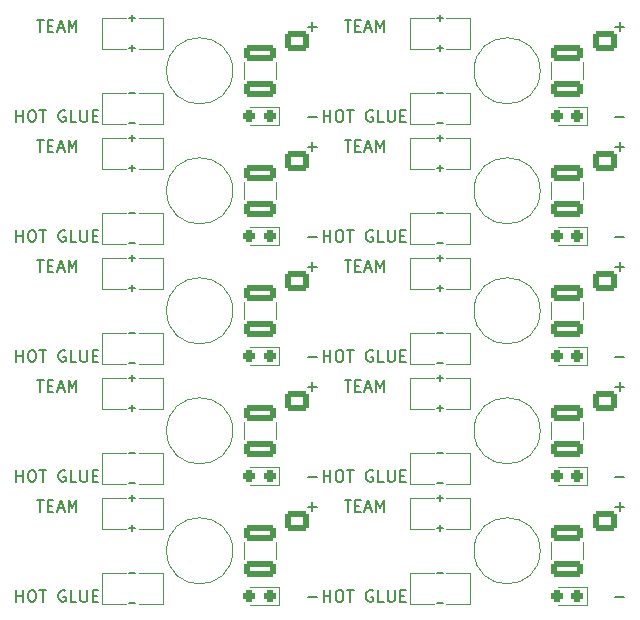
<source format=gbr>
%TF.GenerationSoftware,KiCad,Pcbnew,8.0.8*%
%TF.CreationDate,2025-02-21T17:55:20+11:00*%
%TF.ProjectId,panel,70616e65-6c2e-46b6-9963-61645f706362,rev?*%
%TF.SameCoordinates,Original*%
%TF.FileFunction,Legend,Top*%
%TF.FilePolarity,Positive*%
%FSLAX46Y46*%
G04 Gerber Fmt 4.6, Leading zero omitted, Abs format (unit mm)*
G04 Created by KiCad (PCBNEW 8.0.8) date 2025-02-21 17:55:20*
%MOMM*%
%LPD*%
G01*
G04 APERTURE LIST*
G04 Aperture macros list*
%AMRoundRect*
0 Rectangle with rounded corners*
0 $1 Rounding radius*
0 $2 $3 $4 $5 $6 $7 $8 $9 X,Y pos of 4 corners*
0 Add a 4 corners polygon primitive as box body*
4,1,4,$2,$3,$4,$5,$6,$7,$8,$9,$2,$3,0*
0 Add four circle primitives for the rounded corners*
1,1,$1+$1,$2,$3*
1,1,$1+$1,$4,$5*
1,1,$1+$1,$6,$7*
1,1,$1+$1,$8,$9*
0 Add four rect primitives between the rounded corners*
20,1,$1+$1,$2,$3,$4,$5,0*
20,1,$1+$1,$4,$5,$6,$7,0*
20,1,$1+$1,$6,$7,$8,$9,0*
20,1,$1+$1,$8,$9,$2,$3,0*%
G04 Aperture macros list end*
%ADD10C,0.160000*%
%ADD11C,0.120000*%
%ADD12C,0.150000*%
%ADD13O,1.100000X1.100000*%
%ADD14R,1.700000X1.700000*%
%ADD15C,3.200000*%
%ADD16RoundRect,0.237500X0.287500X0.237500X-0.287500X0.237500X-0.287500X-0.237500X0.287500X-0.237500X0*%
%ADD17O,1.700000X1.700000*%
%ADD18C,1.700000*%
%ADD19RoundRect,0.250000X-1.075000X0.400000X-1.075000X-0.400000X1.075000X-0.400000X1.075000X0.400000X0*%
%ADD20C,2.000000*%
%ADD21C,2.100000*%
%ADD22RoundRect,0.250000X-0.725000X0.600000X-0.725000X-0.600000X0.725000X-0.600000X0.725000X0.600000X0*%
%ADD23O,1.950000X1.700000*%
%ADD24C,0.800000*%
G04 APERTURE END LIST*
D10*
X147484048Y-66442846D02*
X148245953Y-66442846D01*
X147484048Y-46122846D02*
X148245953Y-46122846D01*
X173519048Y-68982846D02*
X174280953Y-68982846D01*
X173900000Y-69363799D02*
X173900000Y-68601894D01*
X150605501Y-37933799D02*
X151176929Y-37933799D01*
X150891215Y-38933799D02*
X150891215Y-37933799D01*
X151510263Y-38409989D02*
X151843596Y-38409989D01*
X151986453Y-38933799D02*
X151510263Y-38933799D01*
X151510263Y-38933799D02*
X151510263Y-37933799D01*
X151510263Y-37933799D02*
X151986453Y-37933799D01*
X152367406Y-38648084D02*
X152843596Y-38648084D01*
X152272168Y-38933799D02*
X152605501Y-37933799D01*
X152605501Y-37933799D02*
X152938834Y-38933799D01*
X153272168Y-38933799D02*
X153272168Y-37933799D01*
X153272168Y-37933799D02*
X153605501Y-38648084D01*
X153605501Y-38648084D02*
X153938834Y-37933799D01*
X153938834Y-37933799D02*
X153938834Y-38933799D01*
X122808358Y-46553799D02*
X122808358Y-45553799D01*
X122808358Y-46029989D02*
X123379786Y-46029989D01*
X123379786Y-46553799D02*
X123379786Y-45553799D01*
X124046453Y-45553799D02*
X124236929Y-45553799D01*
X124236929Y-45553799D02*
X124332167Y-45601418D01*
X124332167Y-45601418D02*
X124427405Y-45696656D01*
X124427405Y-45696656D02*
X124475024Y-45887132D01*
X124475024Y-45887132D02*
X124475024Y-46220465D01*
X124475024Y-46220465D02*
X124427405Y-46410941D01*
X124427405Y-46410941D02*
X124332167Y-46506180D01*
X124332167Y-46506180D02*
X124236929Y-46553799D01*
X124236929Y-46553799D02*
X124046453Y-46553799D01*
X124046453Y-46553799D02*
X123951215Y-46506180D01*
X123951215Y-46506180D02*
X123855977Y-46410941D01*
X123855977Y-46410941D02*
X123808358Y-46220465D01*
X123808358Y-46220465D02*
X123808358Y-45887132D01*
X123808358Y-45887132D02*
X123855977Y-45696656D01*
X123855977Y-45696656D02*
X123951215Y-45601418D01*
X123951215Y-45601418D02*
X124046453Y-45553799D01*
X124760739Y-45553799D02*
X125332167Y-45553799D01*
X125046453Y-46553799D02*
X125046453Y-45553799D01*
X126951215Y-45601418D02*
X126855977Y-45553799D01*
X126855977Y-45553799D02*
X126713120Y-45553799D01*
X126713120Y-45553799D02*
X126570263Y-45601418D01*
X126570263Y-45601418D02*
X126475025Y-45696656D01*
X126475025Y-45696656D02*
X126427406Y-45791894D01*
X126427406Y-45791894D02*
X126379787Y-45982370D01*
X126379787Y-45982370D02*
X126379787Y-46125227D01*
X126379787Y-46125227D02*
X126427406Y-46315703D01*
X126427406Y-46315703D02*
X126475025Y-46410941D01*
X126475025Y-46410941D02*
X126570263Y-46506180D01*
X126570263Y-46506180D02*
X126713120Y-46553799D01*
X126713120Y-46553799D02*
X126808358Y-46553799D01*
X126808358Y-46553799D02*
X126951215Y-46506180D01*
X126951215Y-46506180D02*
X126998834Y-46458560D01*
X126998834Y-46458560D02*
X126998834Y-46125227D01*
X126998834Y-46125227D02*
X126808358Y-46125227D01*
X127903596Y-46553799D02*
X127427406Y-46553799D01*
X127427406Y-46553799D02*
X127427406Y-45553799D01*
X128236930Y-45553799D02*
X128236930Y-46363322D01*
X128236930Y-46363322D02*
X128284549Y-46458560D01*
X128284549Y-46458560D02*
X128332168Y-46506180D01*
X128332168Y-46506180D02*
X128427406Y-46553799D01*
X128427406Y-46553799D02*
X128617882Y-46553799D01*
X128617882Y-46553799D02*
X128713120Y-46506180D01*
X128713120Y-46506180D02*
X128760739Y-46458560D01*
X128760739Y-46458560D02*
X128808358Y-46363322D01*
X128808358Y-46363322D02*
X128808358Y-45553799D01*
X129284549Y-46029989D02*
X129617882Y-46029989D01*
X129760739Y-46553799D02*
X129284549Y-46553799D01*
X129284549Y-46553799D02*
X129284549Y-45553799D01*
X129284549Y-45553799D02*
X129760739Y-45553799D01*
X147484048Y-56282846D02*
X148245953Y-56282846D01*
X147484048Y-35962846D02*
X148245953Y-35962846D01*
X122808358Y-56713799D02*
X122808358Y-55713799D01*
X122808358Y-56189989D02*
X123379786Y-56189989D01*
X123379786Y-56713799D02*
X123379786Y-55713799D01*
X124046453Y-55713799D02*
X124236929Y-55713799D01*
X124236929Y-55713799D02*
X124332167Y-55761418D01*
X124332167Y-55761418D02*
X124427405Y-55856656D01*
X124427405Y-55856656D02*
X124475024Y-56047132D01*
X124475024Y-56047132D02*
X124475024Y-56380465D01*
X124475024Y-56380465D02*
X124427405Y-56570941D01*
X124427405Y-56570941D02*
X124332167Y-56666180D01*
X124332167Y-56666180D02*
X124236929Y-56713799D01*
X124236929Y-56713799D02*
X124046453Y-56713799D01*
X124046453Y-56713799D02*
X123951215Y-56666180D01*
X123951215Y-56666180D02*
X123855977Y-56570941D01*
X123855977Y-56570941D02*
X123808358Y-56380465D01*
X123808358Y-56380465D02*
X123808358Y-56047132D01*
X123808358Y-56047132D02*
X123855977Y-55856656D01*
X123855977Y-55856656D02*
X123951215Y-55761418D01*
X123951215Y-55761418D02*
X124046453Y-55713799D01*
X124760739Y-55713799D02*
X125332167Y-55713799D01*
X125046453Y-56713799D02*
X125046453Y-55713799D01*
X126951215Y-55761418D02*
X126855977Y-55713799D01*
X126855977Y-55713799D02*
X126713120Y-55713799D01*
X126713120Y-55713799D02*
X126570263Y-55761418D01*
X126570263Y-55761418D02*
X126475025Y-55856656D01*
X126475025Y-55856656D02*
X126427406Y-55951894D01*
X126427406Y-55951894D02*
X126379787Y-56142370D01*
X126379787Y-56142370D02*
X126379787Y-56285227D01*
X126379787Y-56285227D02*
X126427406Y-56475703D01*
X126427406Y-56475703D02*
X126475025Y-56570941D01*
X126475025Y-56570941D02*
X126570263Y-56666180D01*
X126570263Y-56666180D02*
X126713120Y-56713799D01*
X126713120Y-56713799D02*
X126808358Y-56713799D01*
X126808358Y-56713799D02*
X126951215Y-56666180D01*
X126951215Y-56666180D02*
X126998834Y-56618560D01*
X126998834Y-56618560D02*
X126998834Y-56285227D01*
X126998834Y-56285227D02*
X126808358Y-56285227D01*
X127903596Y-56713799D02*
X127427406Y-56713799D01*
X127427406Y-56713799D02*
X127427406Y-55713799D01*
X128236930Y-55713799D02*
X128236930Y-56523322D01*
X128236930Y-56523322D02*
X128284549Y-56618560D01*
X128284549Y-56618560D02*
X128332168Y-56666180D01*
X128332168Y-56666180D02*
X128427406Y-56713799D01*
X128427406Y-56713799D02*
X128617882Y-56713799D01*
X128617882Y-56713799D02*
X128713120Y-56666180D01*
X128713120Y-56666180D02*
X128760739Y-56618560D01*
X128760739Y-56618560D02*
X128808358Y-56523322D01*
X128808358Y-56523322D02*
X128808358Y-55713799D01*
X129284549Y-56189989D02*
X129617882Y-56189989D01*
X129760739Y-56713799D02*
X129284549Y-56713799D01*
X129284549Y-56713799D02*
X129284549Y-55713799D01*
X129284549Y-55713799D02*
X129760739Y-55713799D01*
X173519048Y-48662846D02*
X174280953Y-48662846D01*
X173900000Y-49043799D02*
X173900000Y-48281894D01*
X147484048Y-76602846D02*
X148245953Y-76602846D01*
X150605501Y-58253799D02*
X151176929Y-58253799D01*
X150891215Y-59253799D02*
X150891215Y-58253799D01*
X151510263Y-58729989D02*
X151843596Y-58729989D01*
X151986453Y-59253799D02*
X151510263Y-59253799D01*
X151510263Y-59253799D02*
X151510263Y-58253799D01*
X151510263Y-58253799D02*
X151986453Y-58253799D01*
X152367406Y-58968084D02*
X152843596Y-58968084D01*
X152272168Y-59253799D02*
X152605501Y-58253799D01*
X152605501Y-58253799D02*
X152938834Y-59253799D01*
X153272168Y-59253799D02*
X153272168Y-58253799D01*
X153272168Y-58253799D02*
X153605501Y-58968084D01*
X153605501Y-58968084D02*
X153938834Y-58253799D01*
X153938834Y-58253799D02*
X153938834Y-59253799D01*
X124570501Y-68413799D02*
X125141929Y-68413799D01*
X124856215Y-69413799D02*
X124856215Y-68413799D01*
X125475263Y-68889989D02*
X125808596Y-68889989D01*
X125951453Y-69413799D02*
X125475263Y-69413799D01*
X125475263Y-69413799D02*
X125475263Y-68413799D01*
X125475263Y-68413799D02*
X125951453Y-68413799D01*
X126332406Y-69128084D02*
X126808596Y-69128084D01*
X126237168Y-69413799D02*
X126570501Y-68413799D01*
X126570501Y-68413799D02*
X126903834Y-69413799D01*
X127237168Y-69413799D02*
X127237168Y-68413799D01*
X127237168Y-68413799D02*
X127570501Y-69128084D01*
X127570501Y-69128084D02*
X127903834Y-68413799D01*
X127903834Y-68413799D02*
X127903834Y-69413799D01*
X147484048Y-38502846D02*
X148245953Y-38502846D01*
X147865000Y-38883799D02*
X147865000Y-38121894D01*
X150605501Y-68413799D02*
X151176929Y-68413799D01*
X150891215Y-69413799D02*
X150891215Y-68413799D01*
X151510263Y-68889989D02*
X151843596Y-68889989D01*
X151986453Y-69413799D02*
X151510263Y-69413799D01*
X151510263Y-69413799D02*
X151510263Y-68413799D01*
X151510263Y-68413799D02*
X151986453Y-68413799D01*
X152367406Y-69128084D02*
X152843596Y-69128084D01*
X152272168Y-69413799D02*
X152605501Y-68413799D01*
X152605501Y-68413799D02*
X152938834Y-69413799D01*
X153272168Y-69413799D02*
X153272168Y-68413799D01*
X153272168Y-68413799D02*
X153605501Y-69128084D01*
X153605501Y-69128084D02*
X153938834Y-68413799D01*
X153938834Y-68413799D02*
X153938834Y-69413799D01*
X122808358Y-66873799D02*
X122808358Y-65873799D01*
X122808358Y-66349989D02*
X123379786Y-66349989D01*
X123379786Y-66873799D02*
X123379786Y-65873799D01*
X124046453Y-65873799D02*
X124236929Y-65873799D01*
X124236929Y-65873799D02*
X124332167Y-65921418D01*
X124332167Y-65921418D02*
X124427405Y-66016656D01*
X124427405Y-66016656D02*
X124475024Y-66207132D01*
X124475024Y-66207132D02*
X124475024Y-66540465D01*
X124475024Y-66540465D02*
X124427405Y-66730941D01*
X124427405Y-66730941D02*
X124332167Y-66826180D01*
X124332167Y-66826180D02*
X124236929Y-66873799D01*
X124236929Y-66873799D02*
X124046453Y-66873799D01*
X124046453Y-66873799D02*
X123951215Y-66826180D01*
X123951215Y-66826180D02*
X123855977Y-66730941D01*
X123855977Y-66730941D02*
X123808358Y-66540465D01*
X123808358Y-66540465D02*
X123808358Y-66207132D01*
X123808358Y-66207132D02*
X123855977Y-66016656D01*
X123855977Y-66016656D02*
X123951215Y-65921418D01*
X123951215Y-65921418D02*
X124046453Y-65873799D01*
X124760739Y-65873799D02*
X125332167Y-65873799D01*
X125046453Y-66873799D02*
X125046453Y-65873799D01*
X126951215Y-65921418D02*
X126855977Y-65873799D01*
X126855977Y-65873799D02*
X126713120Y-65873799D01*
X126713120Y-65873799D02*
X126570263Y-65921418D01*
X126570263Y-65921418D02*
X126475025Y-66016656D01*
X126475025Y-66016656D02*
X126427406Y-66111894D01*
X126427406Y-66111894D02*
X126379787Y-66302370D01*
X126379787Y-66302370D02*
X126379787Y-66445227D01*
X126379787Y-66445227D02*
X126427406Y-66635703D01*
X126427406Y-66635703D02*
X126475025Y-66730941D01*
X126475025Y-66730941D02*
X126570263Y-66826180D01*
X126570263Y-66826180D02*
X126713120Y-66873799D01*
X126713120Y-66873799D02*
X126808358Y-66873799D01*
X126808358Y-66873799D02*
X126951215Y-66826180D01*
X126951215Y-66826180D02*
X126998834Y-66778560D01*
X126998834Y-66778560D02*
X126998834Y-66445227D01*
X126998834Y-66445227D02*
X126808358Y-66445227D01*
X127903596Y-66873799D02*
X127427406Y-66873799D01*
X127427406Y-66873799D02*
X127427406Y-65873799D01*
X128236930Y-65873799D02*
X128236930Y-66683322D01*
X128236930Y-66683322D02*
X128284549Y-66778560D01*
X128284549Y-66778560D02*
X128332168Y-66826180D01*
X128332168Y-66826180D02*
X128427406Y-66873799D01*
X128427406Y-66873799D02*
X128617882Y-66873799D01*
X128617882Y-66873799D02*
X128713120Y-66826180D01*
X128713120Y-66826180D02*
X128760739Y-66778560D01*
X128760739Y-66778560D02*
X128808358Y-66683322D01*
X128808358Y-66683322D02*
X128808358Y-65873799D01*
X129284549Y-66349989D02*
X129617882Y-66349989D01*
X129760739Y-66873799D02*
X129284549Y-66873799D01*
X129284549Y-66873799D02*
X129284549Y-65873799D01*
X129284549Y-65873799D02*
X129760739Y-65873799D01*
X173519048Y-58822846D02*
X174280953Y-58822846D01*
X173900000Y-59203799D02*
X173900000Y-58441894D01*
X147484048Y-58822846D02*
X148245953Y-58822846D01*
X147865000Y-59203799D02*
X147865000Y-58441894D01*
X124570501Y-27773799D02*
X125141929Y-27773799D01*
X124856215Y-28773799D02*
X124856215Y-27773799D01*
X125475263Y-28249989D02*
X125808596Y-28249989D01*
X125951453Y-28773799D02*
X125475263Y-28773799D01*
X125475263Y-28773799D02*
X125475263Y-27773799D01*
X125475263Y-27773799D02*
X125951453Y-27773799D01*
X126332406Y-28488084D02*
X126808596Y-28488084D01*
X126237168Y-28773799D02*
X126570501Y-27773799D01*
X126570501Y-27773799D02*
X126903834Y-28773799D01*
X127237168Y-28773799D02*
X127237168Y-27773799D01*
X127237168Y-27773799D02*
X127570501Y-28488084D01*
X127570501Y-28488084D02*
X127903834Y-27773799D01*
X127903834Y-27773799D02*
X127903834Y-28773799D01*
X173519048Y-76602846D02*
X174280953Y-76602846D01*
X173519048Y-35962846D02*
X174280953Y-35962846D01*
X148843358Y-46553799D02*
X148843358Y-45553799D01*
X148843358Y-46029989D02*
X149414786Y-46029989D01*
X149414786Y-46553799D02*
X149414786Y-45553799D01*
X150081453Y-45553799D02*
X150271929Y-45553799D01*
X150271929Y-45553799D02*
X150367167Y-45601418D01*
X150367167Y-45601418D02*
X150462405Y-45696656D01*
X150462405Y-45696656D02*
X150510024Y-45887132D01*
X150510024Y-45887132D02*
X150510024Y-46220465D01*
X150510024Y-46220465D02*
X150462405Y-46410941D01*
X150462405Y-46410941D02*
X150367167Y-46506180D01*
X150367167Y-46506180D02*
X150271929Y-46553799D01*
X150271929Y-46553799D02*
X150081453Y-46553799D01*
X150081453Y-46553799D02*
X149986215Y-46506180D01*
X149986215Y-46506180D02*
X149890977Y-46410941D01*
X149890977Y-46410941D02*
X149843358Y-46220465D01*
X149843358Y-46220465D02*
X149843358Y-45887132D01*
X149843358Y-45887132D02*
X149890977Y-45696656D01*
X149890977Y-45696656D02*
X149986215Y-45601418D01*
X149986215Y-45601418D02*
X150081453Y-45553799D01*
X150795739Y-45553799D02*
X151367167Y-45553799D01*
X151081453Y-46553799D02*
X151081453Y-45553799D01*
X152986215Y-45601418D02*
X152890977Y-45553799D01*
X152890977Y-45553799D02*
X152748120Y-45553799D01*
X152748120Y-45553799D02*
X152605263Y-45601418D01*
X152605263Y-45601418D02*
X152510025Y-45696656D01*
X152510025Y-45696656D02*
X152462406Y-45791894D01*
X152462406Y-45791894D02*
X152414787Y-45982370D01*
X152414787Y-45982370D02*
X152414787Y-46125227D01*
X152414787Y-46125227D02*
X152462406Y-46315703D01*
X152462406Y-46315703D02*
X152510025Y-46410941D01*
X152510025Y-46410941D02*
X152605263Y-46506180D01*
X152605263Y-46506180D02*
X152748120Y-46553799D01*
X152748120Y-46553799D02*
X152843358Y-46553799D01*
X152843358Y-46553799D02*
X152986215Y-46506180D01*
X152986215Y-46506180D02*
X153033834Y-46458560D01*
X153033834Y-46458560D02*
X153033834Y-46125227D01*
X153033834Y-46125227D02*
X152843358Y-46125227D01*
X153938596Y-46553799D02*
X153462406Y-46553799D01*
X153462406Y-46553799D02*
X153462406Y-45553799D01*
X154271930Y-45553799D02*
X154271930Y-46363322D01*
X154271930Y-46363322D02*
X154319549Y-46458560D01*
X154319549Y-46458560D02*
X154367168Y-46506180D01*
X154367168Y-46506180D02*
X154462406Y-46553799D01*
X154462406Y-46553799D02*
X154652882Y-46553799D01*
X154652882Y-46553799D02*
X154748120Y-46506180D01*
X154748120Y-46506180D02*
X154795739Y-46458560D01*
X154795739Y-46458560D02*
X154843358Y-46363322D01*
X154843358Y-46363322D02*
X154843358Y-45553799D01*
X155319549Y-46029989D02*
X155652882Y-46029989D01*
X155795739Y-46553799D02*
X155319549Y-46553799D01*
X155319549Y-46553799D02*
X155319549Y-45553799D01*
X155319549Y-45553799D02*
X155795739Y-45553799D01*
X148843358Y-77033799D02*
X148843358Y-76033799D01*
X148843358Y-76509989D02*
X149414786Y-76509989D01*
X149414786Y-77033799D02*
X149414786Y-76033799D01*
X150081453Y-76033799D02*
X150271929Y-76033799D01*
X150271929Y-76033799D02*
X150367167Y-76081418D01*
X150367167Y-76081418D02*
X150462405Y-76176656D01*
X150462405Y-76176656D02*
X150510024Y-76367132D01*
X150510024Y-76367132D02*
X150510024Y-76700465D01*
X150510024Y-76700465D02*
X150462405Y-76890941D01*
X150462405Y-76890941D02*
X150367167Y-76986180D01*
X150367167Y-76986180D02*
X150271929Y-77033799D01*
X150271929Y-77033799D02*
X150081453Y-77033799D01*
X150081453Y-77033799D02*
X149986215Y-76986180D01*
X149986215Y-76986180D02*
X149890977Y-76890941D01*
X149890977Y-76890941D02*
X149843358Y-76700465D01*
X149843358Y-76700465D02*
X149843358Y-76367132D01*
X149843358Y-76367132D02*
X149890977Y-76176656D01*
X149890977Y-76176656D02*
X149986215Y-76081418D01*
X149986215Y-76081418D02*
X150081453Y-76033799D01*
X150795739Y-76033799D02*
X151367167Y-76033799D01*
X151081453Y-77033799D02*
X151081453Y-76033799D01*
X152986215Y-76081418D02*
X152890977Y-76033799D01*
X152890977Y-76033799D02*
X152748120Y-76033799D01*
X152748120Y-76033799D02*
X152605263Y-76081418D01*
X152605263Y-76081418D02*
X152510025Y-76176656D01*
X152510025Y-76176656D02*
X152462406Y-76271894D01*
X152462406Y-76271894D02*
X152414787Y-76462370D01*
X152414787Y-76462370D02*
X152414787Y-76605227D01*
X152414787Y-76605227D02*
X152462406Y-76795703D01*
X152462406Y-76795703D02*
X152510025Y-76890941D01*
X152510025Y-76890941D02*
X152605263Y-76986180D01*
X152605263Y-76986180D02*
X152748120Y-77033799D01*
X152748120Y-77033799D02*
X152843358Y-77033799D01*
X152843358Y-77033799D02*
X152986215Y-76986180D01*
X152986215Y-76986180D02*
X153033834Y-76938560D01*
X153033834Y-76938560D02*
X153033834Y-76605227D01*
X153033834Y-76605227D02*
X152843358Y-76605227D01*
X153938596Y-77033799D02*
X153462406Y-77033799D01*
X153462406Y-77033799D02*
X153462406Y-76033799D01*
X154271930Y-76033799D02*
X154271930Y-76843322D01*
X154271930Y-76843322D02*
X154319549Y-76938560D01*
X154319549Y-76938560D02*
X154367168Y-76986180D01*
X154367168Y-76986180D02*
X154462406Y-77033799D01*
X154462406Y-77033799D02*
X154652882Y-77033799D01*
X154652882Y-77033799D02*
X154748120Y-76986180D01*
X154748120Y-76986180D02*
X154795739Y-76938560D01*
X154795739Y-76938560D02*
X154843358Y-76843322D01*
X154843358Y-76843322D02*
X154843358Y-76033799D01*
X155319549Y-76509989D02*
X155652882Y-76509989D01*
X155795739Y-77033799D02*
X155319549Y-77033799D01*
X155319549Y-77033799D02*
X155319549Y-76033799D01*
X155319549Y-76033799D02*
X155795739Y-76033799D01*
X173519048Y-46122846D02*
X174280953Y-46122846D01*
X122808358Y-77033799D02*
X122808358Y-76033799D01*
X122808358Y-76509989D02*
X123379786Y-76509989D01*
X123379786Y-77033799D02*
X123379786Y-76033799D01*
X124046453Y-76033799D02*
X124236929Y-76033799D01*
X124236929Y-76033799D02*
X124332167Y-76081418D01*
X124332167Y-76081418D02*
X124427405Y-76176656D01*
X124427405Y-76176656D02*
X124475024Y-76367132D01*
X124475024Y-76367132D02*
X124475024Y-76700465D01*
X124475024Y-76700465D02*
X124427405Y-76890941D01*
X124427405Y-76890941D02*
X124332167Y-76986180D01*
X124332167Y-76986180D02*
X124236929Y-77033799D01*
X124236929Y-77033799D02*
X124046453Y-77033799D01*
X124046453Y-77033799D02*
X123951215Y-76986180D01*
X123951215Y-76986180D02*
X123855977Y-76890941D01*
X123855977Y-76890941D02*
X123808358Y-76700465D01*
X123808358Y-76700465D02*
X123808358Y-76367132D01*
X123808358Y-76367132D02*
X123855977Y-76176656D01*
X123855977Y-76176656D02*
X123951215Y-76081418D01*
X123951215Y-76081418D02*
X124046453Y-76033799D01*
X124760739Y-76033799D02*
X125332167Y-76033799D01*
X125046453Y-77033799D02*
X125046453Y-76033799D01*
X126951215Y-76081418D02*
X126855977Y-76033799D01*
X126855977Y-76033799D02*
X126713120Y-76033799D01*
X126713120Y-76033799D02*
X126570263Y-76081418D01*
X126570263Y-76081418D02*
X126475025Y-76176656D01*
X126475025Y-76176656D02*
X126427406Y-76271894D01*
X126427406Y-76271894D02*
X126379787Y-76462370D01*
X126379787Y-76462370D02*
X126379787Y-76605227D01*
X126379787Y-76605227D02*
X126427406Y-76795703D01*
X126427406Y-76795703D02*
X126475025Y-76890941D01*
X126475025Y-76890941D02*
X126570263Y-76986180D01*
X126570263Y-76986180D02*
X126713120Y-77033799D01*
X126713120Y-77033799D02*
X126808358Y-77033799D01*
X126808358Y-77033799D02*
X126951215Y-76986180D01*
X126951215Y-76986180D02*
X126998834Y-76938560D01*
X126998834Y-76938560D02*
X126998834Y-76605227D01*
X126998834Y-76605227D02*
X126808358Y-76605227D01*
X127903596Y-77033799D02*
X127427406Y-77033799D01*
X127427406Y-77033799D02*
X127427406Y-76033799D01*
X128236930Y-76033799D02*
X128236930Y-76843322D01*
X128236930Y-76843322D02*
X128284549Y-76938560D01*
X128284549Y-76938560D02*
X128332168Y-76986180D01*
X128332168Y-76986180D02*
X128427406Y-77033799D01*
X128427406Y-77033799D02*
X128617882Y-77033799D01*
X128617882Y-77033799D02*
X128713120Y-76986180D01*
X128713120Y-76986180D02*
X128760739Y-76938560D01*
X128760739Y-76938560D02*
X128808358Y-76843322D01*
X128808358Y-76843322D02*
X128808358Y-76033799D01*
X129284549Y-76509989D02*
X129617882Y-76509989D01*
X129760739Y-77033799D02*
X129284549Y-77033799D01*
X129284549Y-77033799D02*
X129284549Y-76033799D01*
X129284549Y-76033799D02*
X129760739Y-76033799D01*
X173519048Y-28342846D02*
X174280953Y-28342846D01*
X173900000Y-28723799D02*
X173900000Y-27961894D01*
X148843358Y-56713799D02*
X148843358Y-55713799D01*
X148843358Y-56189989D02*
X149414786Y-56189989D01*
X149414786Y-56713799D02*
X149414786Y-55713799D01*
X150081453Y-55713799D02*
X150271929Y-55713799D01*
X150271929Y-55713799D02*
X150367167Y-55761418D01*
X150367167Y-55761418D02*
X150462405Y-55856656D01*
X150462405Y-55856656D02*
X150510024Y-56047132D01*
X150510024Y-56047132D02*
X150510024Y-56380465D01*
X150510024Y-56380465D02*
X150462405Y-56570941D01*
X150462405Y-56570941D02*
X150367167Y-56666180D01*
X150367167Y-56666180D02*
X150271929Y-56713799D01*
X150271929Y-56713799D02*
X150081453Y-56713799D01*
X150081453Y-56713799D02*
X149986215Y-56666180D01*
X149986215Y-56666180D02*
X149890977Y-56570941D01*
X149890977Y-56570941D02*
X149843358Y-56380465D01*
X149843358Y-56380465D02*
X149843358Y-56047132D01*
X149843358Y-56047132D02*
X149890977Y-55856656D01*
X149890977Y-55856656D02*
X149986215Y-55761418D01*
X149986215Y-55761418D02*
X150081453Y-55713799D01*
X150795739Y-55713799D02*
X151367167Y-55713799D01*
X151081453Y-56713799D02*
X151081453Y-55713799D01*
X152986215Y-55761418D02*
X152890977Y-55713799D01*
X152890977Y-55713799D02*
X152748120Y-55713799D01*
X152748120Y-55713799D02*
X152605263Y-55761418D01*
X152605263Y-55761418D02*
X152510025Y-55856656D01*
X152510025Y-55856656D02*
X152462406Y-55951894D01*
X152462406Y-55951894D02*
X152414787Y-56142370D01*
X152414787Y-56142370D02*
X152414787Y-56285227D01*
X152414787Y-56285227D02*
X152462406Y-56475703D01*
X152462406Y-56475703D02*
X152510025Y-56570941D01*
X152510025Y-56570941D02*
X152605263Y-56666180D01*
X152605263Y-56666180D02*
X152748120Y-56713799D01*
X152748120Y-56713799D02*
X152843358Y-56713799D01*
X152843358Y-56713799D02*
X152986215Y-56666180D01*
X152986215Y-56666180D02*
X153033834Y-56618560D01*
X153033834Y-56618560D02*
X153033834Y-56285227D01*
X153033834Y-56285227D02*
X152843358Y-56285227D01*
X153938596Y-56713799D02*
X153462406Y-56713799D01*
X153462406Y-56713799D02*
X153462406Y-55713799D01*
X154271930Y-55713799D02*
X154271930Y-56523322D01*
X154271930Y-56523322D02*
X154319549Y-56618560D01*
X154319549Y-56618560D02*
X154367168Y-56666180D01*
X154367168Y-56666180D02*
X154462406Y-56713799D01*
X154462406Y-56713799D02*
X154652882Y-56713799D01*
X154652882Y-56713799D02*
X154748120Y-56666180D01*
X154748120Y-56666180D02*
X154795739Y-56618560D01*
X154795739Y-56618560D02*
X154843358Y-56523322D01*
X154843358Y-56523322D02*
X154843358Y-55713799D01*
X155319549Y-56189989D02*
X155652882Y-56189989D01*
X155795739Y-56713799D02*
X155319549Y-56713799D01*
X155319549Y-56713799D02*
X155319549Y-55713799D01*
X155319549Y-55713799D02*
X155795739Y-55713799D01*
X122808358Y-36393799D02*
X122808358Y-35393799D01*
X122808358Y-35869989D02*
X123379786Y-35869989D01*
X123379786Y-36393799D02*
X123379786Y-35393799D01*
X124046453Y-35393799D02*
X124236929Y-35393799D01*
X124236929Y-35393799D02*
X124332167Y-35441418D01*
X124332167Y-35441418D02*
X124427405Y-35536656D01*
X124427405Y-35536656D02*
X124475024Y-35727132D01*
X124475024Y-35727132D02*
X124475024Y-36060465D01*
X124475024Y-36060465D02*
X124427405Y-36250941D01*
X124427405Y-36250941D02*
X124332167Y-36346180D01*
X124332167Y-36346180D02*
X124236929Y-36393799D01*
X124236929Y-36393799D02*
X124046453Y-36393799D01*
X124046453Y-36393799D02*
X123951215Y-36346180D01*
X123951215Y-36346180D02*
X123855977Y-36250941D01*
X123855977Y-36250941D02*
X123808358Y-36060465D01*
X123808358Y-36060465D02*
X123808358Y-35727132D01*
X123808358Y-35727132D02*
X123855977Y-35536656D01*
X123855977Y-35536656D02*
X123951215Y-35441418D01*
X123951215Y-35441418D02*
X124046453Y-35393799D01*
X124760739Y-35393799D02*
X125332167Y-35393799D01*
X125046453Y-36393799D02*
X125046453Y-35393799D01*
X126951215Y-35441418D02*
X126855977Y-35393799D01*
X126855977Y-35393799D02*
X126713120Y-35393799D01*
X126713120Y-35393799D02*
X126570263Y-35441418D01*
X126570263Y-35441418D02*
X126475025Y-35536656D01*
X126475025Y-35536656D02*
X126427406Y-35631894D01*
X126427406Y-35631894D02*
X126379787Y-35822370D01*
X126379787Y-35822370D02*
X126379787Y-35965227D01*
X126379787Y-35965227D02*
X126427406Y-36155703D01*
X126427406Y-36155703D02*
X126475025Y-36250941D01*
X126475025Y-36250941D02*
X126570263Y-36346180D01*
X126570263Y-36346180D02*
X126713120Y-36393799D01*
X126713120Y-36393799D02*
X126808358Y-36393799D01*
X126808358Y-36393799D02*
X126951215Y-36346180D01*
X126951215Y-36346180D02*
X126998834Y-36298560D01*
X126998834Y-36298560D02*
X126998834Y-35965227D01*
X126998834Y-35965227D02*
X126808358Y-35965227D01*
X127903596Y-36393799D02*
X127427406Y-36393799D01*
X127427406Y-36393799D02*
X127427406Y-35393799D01*
X128236930Y-35393799D02*
X128236930Y-36203322D01*
X128236930Y-36203322D02*
X128284549Y-36298560D01*
X128284549Y-36298560D02*
X128332168Y-36346180D01*
X128332168Y-36346180D02*
X128427406Y-36393799D01*
X128427406Y-36393799D02*
X128617882Y-36393799D01*
X128617882Y-36393799D02*
X128713120Y-36346180D01*
X128713120Y-36346180D02*
X128760739Y-36298560D01*
X128760739Y-36298560D02*
X128808358Y-36203322D01*
X128808358Y-36203322D02*
X128808358Y-35393799D01*
X129284549Y-35869989D02*
X129617882Y-35869989D01*
X129760739Y-36393799D02*
X129284549Y-36393799D01*
X129284549Y-36393799D02*
X129284549Y-35393799D01*
X129284549Y-35393799D02*
X129760739Y-35393799D01*
X173519048Y-66442846D02*
X174280953Y-66442846D01*
X148843358Y-36393799D02*
X148843358Y-35393799D01*
X148843358Y-35869989D02*
X149414786Y-35869989D01*
X149414786Y-36393799D02*
X149414786Y-35393799D01*
X150081453Y-35393799D02*
X150271929Y-35393799D01*
X150271929Y-35393799D02*
X150367167Y-35441418D01*
X150367167Y-35441418D02*
X150462405Y-35536656D01*
X150462405Y-35536656D02*
X150510024Y-35727132D01*
X150510024Y-35727132D02*
X150510024Y-36060465D01*
X150510024Y-36060465D02*
X150462405Y-36250941D01*
X150462405Y-36250941D02*
X150367167Y-36346180D01*
X150367167Y-36346180D02*
X150271929Y-36393799D01*
X150271929Y-36393799D02*
X150081453Y-36393799D01*
X150081453Y-36393799D02*
X149986215Y-36346180D01*
X149986215Y-36346180D02*
X149890977Y-36250941D01*
X149890977Y-36250941D02*
X149843358Y-36060465D01*
X149843358Y-36060465D02*
X149843358Y-35727132D01*
X149843358Y-35727132D02*
X149890977Y-35536656D01*
X149890977Y-35536656D02*
X149986215Y-35441418D01*
X149986215Y-35441418D02*
X150081453Y-35393799D01*
X150795739Y-35393799D02*
X151367167Y-35393799D01*
X151081453Y-36393799D02*
X151081453Y-35393799D01*
X152986215Y-35441418D02*
X152890977Y-35393799D01*
X152890977Y-35393799D02*
X152748120Y-35393799D01*
X152748120Y-35393799D02*
X152605263Y-35441418D01*
X152605263Y-35441418D02*
X152510025Y-35536656D01*
X152510025Y-35536656D02*
X152462406Y-35631894D01*
X152462406Y-35631894D02*
X152414787Y-35822370D01*
X152414787Y-35822370D02*
X152414787Y-35965227D01*
X152414787Y-35965227D02*
X152462406Y-36155703D01*
X152462406Y-36155703D02*
X152510025Y-36250941D01*
X152510025Y-36250941D02*
X152605263Y-36346180D01*
X152605263Y-36346180D02*
X152748120Y-36393799D01*
X152748120Y-36393799D02*
X152843358Y-36393799D01*
X152843358Y-36393799D02*
X152986215Y-36346180D01*
X152986215Y-36346180D02*
X153033834Y-36298560D01*
X153033834Y-36298560D02*
X153033834Y-35965227D01*
X153033834Y-35965227D02*
X152843358Y-35965227D01*
X153938596Y-36393799D02*
X153462406Y-36393799D01*
X153462406Y-36393799D02*
X153462406Y-35393799D01*
X154271930Y-35393799D02*
X154271930Y-36203322D01*
X154271930Y-36203322D02*
X154319549Y-36298560D01*
X154319549Y-36298560D02*
X154367168Y-36346180D01*
X154367168Y-36346180D02*
X154462406Y-36393799D01*
X154462406Y-36393799D02*
X154652882Y-36393799D01*
X154652882Y-36393799D02*
X154748120Y-36346180D01*
X154748120Y-36346180D02*
X154795739Y-36298560D01*
X154795739Y-36298560D02*
X154843358Y-36203322D01*
X154843358Y-36203322D02*
X154843358Y-35393799D01*
X155319549Y-35869989D02*
X155652882Y-35869989D01*
X155795739Y-36393799D02*
X155319549Y-36393799D01*
X155319549Y-36393799D02*
X155319549Y-35393799D01*
X155319549Y-35393799D02*
X155795739Y-35393799D01*
X147484048Y-68982846D02*
X148245953Y-68982846D01*
X147865000Y-69363799D02*
X147865000Y-68601894D01*
X150605501Y-48093799D02*
X151176929Y-48093799D01*
X150891215Y-49093799D02*
X150891215Y-48093799D01*
X151510263Y-48569989D02*
X151843596Y-48569989D01*
X151986453Y-49093799D02*
X151510263Y-49093799D01*
X151510263Y-49093799D02*
X151510263Y-48093799D01*
X151510263Y-48093799D02*
X151986453Y-48093799D01*
X152367406Y-48808084D02*
X152843596Y-48808084D01*
X152272168Y-49093799D02*
X152605501Y-48093799D01*
X152605501Y-48093799D02*
X152938834Y-49093799D01*
X153272168Y-49093799D02*
X153272168Y-48093799D01*
X153272168Y-48093799D02*
X153605501Y-48808084D01*
X153605501Y-48808084D02*
X153938834Y-48093799D01*
X153938834Y-48093799D02*
X153938834Y-49093799D01*
X124570501Y-37933799D02*
X125141929Y-37933799D01*
X124856215Y-38933799D02*
X124856215Y-37933799D01*
X125475263Y-38409989D02*
X125808596Y-38409989D01*
X125951453Y-38933799D02*
X125475263Y-38933799D01*
X125475263Y-38933799D02*
X125475263Y-37933799D01*
X125475263Y-37933799D02*
X125951453Y-37933799D01*
X126332406Y-38648084D02*
X126808596Y-38648084D01*
X126237168Y-38933799D02*
X126570501Y-37933799D01*
X126570501Y-37933799D02*
X126903834Y-38933799D01*
X127237168Y-38933799D02*
X127237168Y-37933799D01*
X127237168Y-37933799D02*
X127570501Y-38648084D01*
X127570501Y-38648084D02*
X127903834Y-37933799D01*
X127903834Y-37933799D02*
X127903834Y-38933799D01*
X148843358Y-66873799D02*
X148843358Y-65873799D01*
X148843358Y-66349989D02*
X149414786Y-66349989D01*
X149414786Y-66873799D02*
X149414786Y-65873799D01*
X150081453Y-65873799D02*
X150271929Y-65873799D01*
X150271929Y-65873799D02*
X150367167Y-65921418D01*
X150367167Y-65921418D02*
X150462405Y-66016656D01*
X150462405Y-66016656D02*
X150510024Y-66207132D01*
X150510024Y-66207132D02*
X150510024Y-66540465D01*
X150510024Y-66540465D02*
X150462405Y-66730941D01*
X150462405Y-66730941D02*
X150367167Y-66826180D01*
X150367167Y-66826180D02*
X150271929Y-66873799D01*
X150271929Y-66873799D02*
X150081453Y-66873799D01*
X150081453Y-66873799D02*
X149986215Y-66826180D01*
X149986215Y-66826180D02*
X149890977Y-66730941D01*
X149890977Y-66730941D02*
X149843358Y-66540465D01*
X149843358Y-66540465D02*
X149843358Y-66207132D01*
X149843358Y-66207132D02*
X149890977Y-66016656D01*
X149890977Y-66016656D02*
X149986215Y-65921418D01*
X149986215Y-65921418D02*
X150081453Y-65873799D01*
X150795739Y-65873799D02*
X151367167Y-65873799D01*
X151081453Y-66873799D02*
X151081453Y-65873799D01*
X152986215Y-65921418D02*
X152890977Y-65873799D01*
X152890977Y-65873799D02*
X152748120Y-65873799D01*
X152748120Y-65873799D02*
X152605263Y-65921418D01*
X152605263Y-65921418D02*
X152510025Y-66016656D01*
X152510025Y-66016656D02*
X152462406Y-66111894D01*
X152462406Y-66111894D02*
X152414787Y-66302370D01*
X152414787Y-66302370D02*
X152414787Y-66445227D01*
X152414787Y-66445227D02*
X152462406Y-66635703D01*
X152462406Y-66635703D02*
X152510025Y-66730941D01*
X152510025Y-66730941D02*
X152605263Y-66826180D01*
X152605263Y-66826180D02*
X152748120Y-66873799D01*
X152748120Y-66873799D02*
X152843358Y-66873799D01*
X152843358Y-66873799D02*
X152986215Y-66826180D01*
X152986215Y-66826180D02*
X153033834Y-66778560D01*
X153033834Y-66778560D02*
X153033834Y-66445227D01*
X153033834Y-66445227D02*
X152843358Y-66445227D01*
X153938596Y-66873799D02*
X153462406Y-66873799D01*
X153462406Y-66873799D02*
X153462406Y-65873799D01*
X154271930Y-65873799D02*
X154271930Y-66683322D01*
X154271930Y-66683322D02*
X154319549Y-66778560D01*
X154319549Y-66778560D02*
X154367168Y-66826180D01*
X154367168Y-66826180D02*
X154462406Y-66873799D01*
X154462406Y-66873799D02*
X154652882Y-66873799D01*
X154652882Y-66873799D02*
X154748120Y-66826180D01*
X154748120Y-66826180D02*
X154795739Y-66778560D01*
X154795739Y-66778560D02*
X154843358Y-66683322D01*
X154843358Y-66683322D02*
X154843358Y-65873799D01*
X155319549Y-66349989D02*
X155652882Y-66349989D01*
X155795739Y-66873799D02*
X155319549Y-66873799D01*
X155319549Y-66873799D02*
X155319549Y-65873799D01*
X155319549Y-65873799D02*
X155795739Y-65873799D01*
X124570501Y-58253799D02*
X125141929Y-58253799D01*
X124856215Y-59253799D02*
X124856215Y-58253799D01*
X125475263Y-58729989D02*
X125808596Y-58729989D01*
X125951453Y-59253799D02*
X125475263Y-59253799D01*
X125475263Y-59253799D02*
X125475263Y-58253799D01*
X125475263Y-58253799D02*
X125951453Y-58253799D01*
X126332406Y-58968084D02*
X126808596Y-58968084D01*
X126237168Y-59253799D02*
X126570501Y-58253799D01*
X126570501Y-58253799D02*
X126903834Y-59253799D01*
X127237168Y-59253799D02*
X127237168Y-58253799D01*
X127237168Y-58253799D02*
X127570501Y-58968084D01*
X127570501Y-58968084D02*
X127903834Y-58253799D01*
X127903834Y-58253799D02*
X127903834Y-59253799D01*
X147484048Y-28342846D02*
X148245953Y-28342846D01*
X147865000Y-28723799D02*
X147865000Y-27961894D01*
X173519048Y-56282846D02*
X174280953Y-56282846D01*
X147484048Y-48662846D02*
X148245953Y-48662846D01*
X147865000Y-49043799D02*
X147865000Y-48281894D01*
X150605501Y-27773799D02*
X151176929Y-27773799D01*
X150891215Y-28773799D02*
X150891215Y-27773799D01*
X151510263Y-28249989D02*
X151843596Y-28249989D01*
X151986453Y-28773799D02*
X151510263Y-28773799D01*
X151510263Y-28773799D02*
X151510263Y-27773799D01*
X151510263Y-27773799D02*
X151986453Y-27773799D01*
X152367406Y-28488084D02*
X152843596Y-28488084D01*
X152272168Y-28773799D02*
X152605501Y-27773799D01*
X152605501Y-27773799D02*
X152938834Y-28773799D01*
X153272168Y-28773799D02*
X153272168Y-27773799D01*
X153272168Y-27773799D02*
X153605501Y-28488084D01*
X153605501Y-28488084D02*
X153938834Y-27773799D01*
X153938834Y-27773799D02*
X153938834Y-28773799D01*
X124570501Y-48093799D02*
X125141929Y-48093799D01*
X124856215Y-49093799D02*
X124856215Y-48093799D01*
X125475263Y-48569989D02*
X125808596Y-48569989D01*
X125951453Y-49093799D02*
X125475263Y-49093799D01*
X125475263Y-49093799D02*
X125475263Y-48093799D01*
X125475263Y-48093799D02*
X125951453Y-48093799D01*
X126332406Y-48808084D02*
X126808596Y-48808084D01*
X126237168Y-49093799D02*
X126570501Y-48093799D01*
X126570501Y-48093799D02*
X126903834Y-49093799D01*
X127237168Y-49093799D02*
X127237168Y-48093799D01*
X127237168Y-48093799D02*
X127570501Y-48808084D01*
X127570501Y-48808084D02*
X127903834Y-48093799D01*
X127903834Y-48093799D02*
X127903834Y-49093799D01*
X173519048Y-38502846D02*
X174280953Y-38502846D01*
X173900000Y-38883799D02*
X173900000Y-38121894D01*
D11*
%TO.C,H2*%
X167175000Y-32079500D02*
G75*
G02*
X161575000Y-32079500I-2800000J0D01*
G01*
X161575000Y-32079500D02*
G75*
G02*
X167175000Y-32079500I2800000J0D01*
G01*
%TO.C,J8*%
X156115000Y-47894500D02*
X158147000Y-47894500D01*
X156115000Y-50554500D02*
X156115000Y-47894500D01*
X156115000Y-50554500D02*
X158147000Y-50554500D01*
D12*
X158401000Y-47954500D02*
X158909000Y-47954500D01*
X158401000Y-50494500D02*
X158909000Y-50494500D01*
X158655000Y-48208500D02*
X158655000Y-47700500D01*
X158655000Y-50748500D02*
X158655000Y-50240500D01*
D11*
X159223000Y-47894500D02*
X161255000Y-47894500D01*
X159223000Y-50554500D02*
X161255000Y-50554500D01*
X161255000Y-50554500D02*
X161255000Y-47894500D01*
%TO.C,D1*%
X168655000Y-77264500D02*
X171115000Y-77264500D01*
X171115000Y-75794500D02*
X168655000Y-75794500D01*
X171115000Y-77264500D02*
X171115000Y-75794500D01*
%TO.C,J9*%
X130080000Y-64404500D02*
X132112000Y-64404500D01*
X130080000Y-67064500D02*
X130080000Y-64404500D01*
X130080000Y-67064500D02*
X132112000Y-67064500D01*
D12*
X132366000Y-64464500D02*
X132874000Y-64464500D01*
X132366000Y-67004500D02*
X132874000Y-67004500D01*
D11*
X133188000Y-64404500D02*
X135220000Y-64404500D01*
X133188000Y-67064500D02*
X135220000Y-67064500D01*
X135220000Y-67064500D02*
X135220000Y-64404500D01*
%TO.C,D1*%
X168655000Y-56944500D02*
X171115000Y-56944500D01*
X171115000Y-55474500D02*
X168655000Y-55474500D01*
X171115000Y-56944500D02*
X171115000Y-55474500D01*
%TO.C,J8*%
X156115000Y-68214500D02*
X158147000Y-68214500D01*
X156115000Y-70874500D02*
X156115000Y-68214500D01*
X156115000Y-70874500D02*
X158147000Y-70874500D01*
D12*
X158401000Y-68274500D02*
X158909000Y-68274500D01*
X158401000Y-70814500D02*
X158909000Y-70814500D01*
X158655000Y-68528500D02*
X158655000Y-68020500D01*
X158655000Y-71068500D02*
X158655000Y-70560500D01*
D11*
X159223000Y-68214500D02*
X161255000Y-68214500D01*
X159223000Y-70874500D02*
X161255000Y-70874500D01*
X161255000Y-70874500D02*
X161255000Y-68214500D01*
%TO.C,J9*%
X130080000Y-54244500D02*
X132112000Y-54244500D01*
X130080000Y-56904500D02*
X130080000Y-54244500D01*
X130080000Y-56904500D02*
X132112000Y-56904500D01*
D12*
X132366000Y-54304500D02*
X132874000Y-54304500D01*
X132366000Y-56844500D02*
X132874000Y-56844500D01*
D11*
X133188000Y-54244500D02*
X135220000Y-54244500D01*
X133188000Y-56904500D02*
X135220000Y-56904500D01*
X135220000Y-56904500D02*
X135220000Y-54244500D01*
%TO.C,D1*%
X168655000Y-36624500D02*
X171115000Y-36624500D01*
X171115000Y-35154500D02*
X168655000Y-35154500D01*
X171115000Y-36624500D02*
X171115000Y-35154500D01*
%TO.C,R1*%
X168100000Y-61835763D02*
X168100000Y-63283237D01*
X170810000Y-61835763D02*
X170810000Y-63283237D01*
%TO.C,H2*%
X167175000Y-72719500D02*
G75*
G02*
X161575000Y-72719500I-2800000J0D01*
G01*
X161575000Y-72719500D02*
G75*
G02*
X167175000Y-72719500I2800000J0D01*
G01*
%TO.C,D1*%
X142620000Y-36624500D02*
X145080000Y-36624500D01*
X145080000Y-35154500D02*
X142620000Y-35154500D01*
X145080000Y-36624500D02*
X145080000Y-35154500D01*
%TO.C,R1*%
X168100000Y-71995763D02*
X168100000Y-73443237D01*
X170810000Y-71995763D02*
X170810000Y-73443237D01*
%TO.C,H2*%
X167175000Y-62559500D02*
G75*
G02*
X161575000Y-62559500I-2800000J0D01*
G01*
X161575000Y-62559500D02*
G75*
G02*
X167175000Y-62559500I2800000J0D01*
G01*
%TO.C,R1*%
X142065000Y-31355763D02*
X142065000Y-32803237D01*
X144775000Y-31355763D02*
X144775000Y-32803237D01*
%TO.C,J8*%
X156115000Y-58054500D02*
X158147000Y-58054500D01*
X156115000Y-60714500D02*
X156115000Y-58054500D01*
X156115000Y-60714500D02*
X158147000Y-60714500D01*
D12*
X158401000Y-58114500D02*
X158909000Y-58114500D01*
X158401000Y-60654500D02*
X158909000Y-60654500D01*
X158655000Y-58368500D02*
X158655000Y-57860500D01*
X158655000Y-60908500D02*
X158655000Y-60400500D01*
D11*
X159223000Y-58054500D02*
X161255000Y-58054500D01*
X159223000Y-60714500D02*
X161255000Y-60714500D01*
X161255000Y-60714500D02*
X161255000Y-58054500D01*
%TO.C,R1*%
X168100000Y-41515763D02*
X168100000Y-42963237D01*
X170810000Y-41515763D02*
X170810000Y-42963237D01*
%TO.C,D1*%
X142620000Y-67104500D02*
X145080000Y-67104500D01*
X145080000Y-65634500D02*
X142620000Y-65634500D01*
X145080000Y-67104500D02*
X145080000Y-65634500D01*
%TO.C,J9*%
X156115000Y-54244500D02*
X158147000Y-54244500D01*
X156115000Y-56904500D02*
X156115000Y-54244500D01*
X156115000Y-56904500D02*
X158147000Y-56904500D01*
D12*
X158401000Y-54304500D02*
X158909000Y-54304500D01*
X158401000Y-56844500D02*
X158909000Y-56844500D01*
D11*
X159223000Y-54244500D02*
X161255000Y-54244500D01*
X159223000Y-56904500D02*
X161255000Y-56904500D01*
X161255000Y-56904500D02*
X161255000Y-54244500D01*
%TO.C,R1*%
X142065000Y-41515763D02*
X142065000Y-42963237D01*
X144775000Y-41515763D02*
X144775000Y-42963237D01*
%TO.C,J9*%
X130080000Y-33924500D02*
X132112000Y-33924500D01*
X130080000Y-36584500D02*
X130080000Y-33924500D01*
X130080000Y-36584500D02*
X132112000Y-36584500D01*
D12*
X132366000Y-33984500D02*
X132874000Y-33984500D01*
X132366000Y-36524500D02*
X132874000Y-36524500D01*
D11*
X133188000Y-33924500D02*
X135220000Y-33924500D01*
X133188000Y-36584500D02*
X135220000Y-36584500D01*
X135220000Y-36584500D02*
X135220000Y-33924500D01*
%TO.C,D1*%
X168655000Y-46784500D02*
X171115000Y-46784500D01*
X171115000Y-45314500D02*
X168655000Y-45314500D01*
X171115000Y-46784500D02*
X171115000Y-45314500D01*
%TO.C,H2*%
X167175000Y-52399500D02*
G75*
G02*
X161575000Y-52399500I-2800000J0D01*
G01*
X161575000Y-52399500D02*
G75*
G02*
X167175000Y-52399500I2800000J0D01*
G01*
%TO.C,D1*%
X142620000Y-46784500D02*
X145080000Y-46784500D01*
X145080000Y-45314500D02*
X142620000Y-45314500D01*
X145080000Y-46784500D02*
X145080000Y-45314500D01*
X142620000Y-56944500D02*
X145080000Y-56944500D01*
X145080000Y-55474500D02*
X142620000Y-55474500D01*
X145080000Y-56944500D02*
X145080000Y-55474500D01*
%TO.C,H2*%
X141140000Y-72719500D02*
G75*
G02*
X135540000Y-72719500I-2800000J0D01*
G01*
X135540000Y-72719500D02*
G75*
G02*
X141140000Y-72719500I2800000J0D01*
G01*
%TO.C,J8*%
X130080000Y-27574500D02*
X132112000Y-27574500D01*
X130080000Y-30234500D02*
X130080000Y-27574500D01*
X130080000Y-30234500D02*
X132112000Y-30234500D01*
D12*
X132366000Y-27634500D02*
X132874000Y-27634500D01*
X132366000Y-30174500D02*
X132874000Y-30174500D01*
X132620000Y-27888500D02*
X132620000Y-27380500D01*
X132620000Y-30428500D02*
X132620000Y-29920500D01*
D11*
X133188000Y-27574500D02*
X135220000Y-27574500D01*
X133188000Y-30234500D02*
X135220000Y-30234500D01*
X135220000Y-30234500D02*
X135220000Y-27574500D01*
%TO.C,J9*%
X156115000Y-64404500D02*
X158147000Y-64404500D01*
X156115000Y-67064500D02*
X156115000Y-64404500D01*
X156115000Y-67064500D02*
X158147000Y-67064500D01*
D12*
X158401000Y-64464500D02*
X158909000Y-64464500D01*
X158401000Y-67004500D02*
X158909000Y-67004500D01*
D11*
X159223000Y-64404500D02*
X161255000Y-64404500D01*
X159223000Y-67064500D02*
X161255000Y-67064500D01*
X161255000Y-67064500D02*
X161255000Y-64404500D01*
%TO.C,J8*%
X130080000Y-37734500D02*
X132112000Y-37734500D01*
X130080000Y-40394500D02*
X130080000Y-37734500D01*
X130080000Y-40394500D02*
X132112000Y-40394500D01*
D12*
X132366000Y-37794500D02*
X132874000Y-37794500D01*
X132366000Y-40334500D02*
X132874000Y-40334500D01*
X132620000Y-38048500D02*
X132620000Y-37540500D01*
X132620000Y-40588500D02*
X132620000Y-40080500D01*
D11*
X133188000Y-37734500D02*
X135220000Y-37734500D01*
X133188000Y-40394500D02*
X135220000Y-40394500D01*
X135220000Y-40394500D02*
X135220000Y-37734500D01*
%TO.C,R1*%
X142065000Y-71995763D02*
X142065000Y-73443237D01*
X144775000Y-71995763D02*
X144775000Y-73443237D01*
%TO.C,H2*%
X141140000Y-52399500D02*
G75*
G02*
X135540000Y-52399500I-2800000J0D01*
G01*
X135540000Y-52399500D02*
G75*
G02*
X141140000Y-52399500I2800000J0D01*
G01*
X167175000Y-42239500D02*
G75*
G02*
X161575000Y-42239500I-2800000J0D01*
G01*
X161575000Y-42239500D02*
G75*
G02*
X167175000Y-42239500I2800000J0D01*
G01*
X141140000Y-32079500D02*
G75*
G02*
X135540000Y-32079500I-2800000J0D01*
G01*
X135540000Y-32079500D02*
G75*
G02*
X141140000Y-32079500I2800000J0D01*
G01*
%TO.C,J9*%
X130080000Y-74564500D02*
X132112000Y-74564500D01*
X130080000Y-77224500D02*
X130080000Y-74564500D01*
X130080000Y-77224500D02*
X132112000Y-77224500D01*
D12*
X132366000Y-74624500D02*
X132874000Y-74624500D01*
X132366000Y-77164500D02*
X132874000Y-77164500D01*
D11*
X133188000Y-74564500D02*
X135220000Y-74564500D01*
X133188000Y-77224500D02*
X135220000Y-77224500D01*
X135220000Y-77224500D02*
X135220000Y-74564500D01*
%TO.C,D1*%
X168655000Y-67104500D02*
X171115000Y-67104500D01*
X171115000Y-65634500D02*
X168655000Y-65634500D01*
X171115000Y-67104500D02*
X171115000Y-65634500D01*
%TO.C,R1*%
X168100000Y-51675763D02*
X168100000Y-53123237D01*
X170810000Y-51675763D02*
X170810000Y-53123237D01*
X168100000Y-31355763D02*
X168100000Y-32803237D01*
X170810000Y-31355763D02*
X170810000Y-32803237D01*
%TO.C,J8*%
X130080000Y-47894500D02*
X132112000Y-47894500D01*
X130080000Y-50554500D02*
X130080000Y-47894500D01*
X130080000Y-50554500D02*
X132112000Y-50554500D01*
D12*
X132366000Y-47954500D02*
X132874000Y-47954500D01*
X132366000Y-50494500D02*
X132874000Y-50494500D01*
X132620000Y-48208500D02*
X132620000Y-47700500D01*
X132620000Y-50748500D02*
X132620000Y-50240500D01*
D11*
X133188000Y-47894500D02*
X135220000Y-47894500D01*
X133188000Y-50554500D02*
X135220000Y-50554500D01*
X135220000Y-50554500D02*
X135220000Y-47894500D01*
%TO.C,J9*%
X156115000Y-33924500D02*
X158147000Y-33924500D01*
X156115000Y-36584500D02*
X156115000Y-33924500D01*
X156115000Y-36584500D02*
X158147000Y-36584500D01*
D12*
X158401000Y-33984500D02*
X158909000Y-33984500D01*
X158401000Y-36524500D02*
X158909000Y-36524500D01*
D11*
X159223000Y-33924500D02*
X161255000Y-33924500D01*
X159223000Y-36584500D02*
X161255000Y-36584500D01*
X161255000Y-36584500D02*
X161255000Y-33924500D01*
%TO.C,D1*%
X142620000Y-77264500D02*
X145080000Y-77264500D01*
X145080000Y-75794500D02*
X142620000Y-75794500D01*
X145080000Y-77264500D02*
X145080000Y-75794500D01*
%TO.C,J8*%
X156115000Y-27574500D02*
X158147000Y-27574500D01*
X156115000Y-30234500D02*
X156115000Y-27574500D01*
X156115000Y-30234500D02*
X158147000Y-30234500D01*
D12*
X158401000Y-27634500D02*
X158909000Y-27634500D01*
X158401000Y-30174500D02*
X158909000Y-30174500D01*
X158655000Y-27888500D02*
X158655000Y-27380500D01*
X158655000Y-30428500D02*
X158655000Y-29920500D01*
D11*
X159223000Y-27574500D02*
X161255000Y-27574500D01*
X159223000Y-30234500D02*
X161255000Y-30234500D01*
X161255000Y-30234500D02*
X161255000Y-27574500D01*
X156115000Y-37734500D02*
X158147000Y-37734500D01*
X156115000Y-40394500D02*
X156115000Y-37734500D01*
X156115000Y-40394500D02*
X158147000Y-40394500D01*
D12*
X158401000Y-37794500D02*
X158909000Y-37794500D01*
X158401000Y-40334500D02*
X158909000Y-40334500D01*
X158655000Y-38048500D02*
X158655000Y-37540500D01*
X158655000Y-40588500D02*
X158655000Y-40080500D01*
D11*
X159223000Y-37734500D02*
X161255000Y-37734500D01*
X159223000Y-40394500D02*
X161255000Y-40394500D01*
X161255000Y-40394500D02*
X161255000Y-37734500D01*
%TO.C,J9*%
X130080000Y-44084500D02*
X132112000Y-44084500D01*
X130080000Y-46744500D02*
X130080000Y-44084500D01*
X130080000Y-46744500D02*
X132112000Y-46744500D01*
D12*
X132366000Y-44144500D02*
X132874000Y-44144500D01*
X132366000Y-46684500D02*
X132874000Y-46684500D01*
D11*
X133188000Y-44084500D02*
X135220000Y-44084500D01*
X133188000Y-46744500D02*
X135220000Y-46744500D01*
X135220000Y-46744500D02*
X135220000Y-44084500D01*
%TO.C,R1*%
X142065000Y-51675763D02*
X142065000Y-53123237D01*
X144775000Y-51675763D02*
X144775000Y-53123237D01*
%TO.C,J9*%
X156115000Y-74564500D02*
X158147000Y-74564500D01*
X156115000Y-77224500D02*
X156115000Y-74564500D01*
X156115000Y-77224500D02*
X158147000Y-77224500D01*
D12*
X158401000Y-74624500D02*
X158909000Y-74624500D01*
X158401000Y-77164500D02*
X158909000Y-77164500D01*
D11*
X159223000Y-74564500D02*
X161255000Y-74564500D01*
X159223000Y-77224500D02*
X161255000Y-77224500D01*
X161255000Y-77224500D02*
X161255000Y-74564500D01*
%TO.C,H2*%
X141140000Y-62559500D02*
G75*
G02*
X135540000Y-62559500I-2800000J0D01*
G01*
X135540000Y-62559500D02*
G75*
G02*
X141140000Y-62559500I2800000J0D01*
G01*
%TO.C,J8*%
X130080000Y-58054500D02*
X132112000Y-58054500D01*
X130080000Y-60714500D02*
X130080000Y-58054500D01*
X130080000Y-60714500D02*
X132112000Y-60714500D01*
D12*
X132366000Y-58114500D02*
X132874000Y-58114500D01*
X132366000Y-60654500D02*
X132874000Y-60654500D01*
X132620000Y-58368500D02*
X132620000Y-57860500D01*
X132620000Y-60908500D02*
X132620000Y-60400500D01*
D11*
X133188000Y-58054500D02*
X135220000Y-58054500D01*
X133188000Y-60714500D02*
X135220000Y-60714500D01*
X135220000Y-60714500D02*
X135220000Y-58054500D01*
X130080000Y-68214500D02*
X132112000Y-68214500D01*
X130080000Y-70874500D02*
X130080000Y-68214500D01*
X130080000Y-70874500D02*
X132112000Y-70874500D01*
D12*
X132366000Y-68274500D02*
X132874000Y-68274500D01*
X132366000Y-70814500D02*
X132874000Y-70814500D01*
X132620000Y-68528500D02*
X132620000Y-68020500D01*
X132620000Y-71068500D02*
X132620000Y-70560500D01*
D11*
X133188000Y-68214500D02*
X135220000Y-68214500D01*
X133188000Y-70874500D02*
X135220000Y-70874500D01*
X135220000Y-70874500D02*
X135220000Y-68214500D01*
%TO.C,H2*%
X141140000Y-42239500D02*
G75*
G02*
X135540000Y-42239500I-2800000J0D01*
G01*
X135540000Y-42239500D02*
G75*
G02*
X141140000Y-42239500I2800000J0D01*
G01*
%TO.C,R1*%
X142065000Y-61835763D02*
X142065000Y-63283237D01*
X144775000Y-61835763D02*
X144775000Y-63283237D01*
%TO.C,J9*%
X156115000Y-44084500D02*
X158147000Y-44084500D01*
X156115000Y-46744500D02*
X156115000Y-44084500D01*
X156115000Y-46744500D02*
X158147000Y-46744500D01*
D12*
X158401000Y-44144500D02*
X158909000Y-44144500D01*
X158401000Y-46684500D02*
X158909000Y-46684500D01*
D11*
X159223000Y-44084500D02*
X161255000Y-44084500D01*
X159223000Y-46744500D02*
X161255000Y-46744500D01*
X161255000Y-46744500D02*
X161255000Y-44084500D01*
%TD*%
%LPC*%
D13*
%TO.C,H2*%
X162816155Y-31179500D03*
X162816155Y-32979500D03*
X164375000Y-30279500D03*
X164375000Y-33879500D03*
X165933845Y-31179500D03*
X165933845Y-32979499D03*
%TD*%
D14*
%TO.C,J8*%
X157385000Y-49224500D03*
X159925000Y-49224500D03*
%TD*%
D15*
%TO.C,H1*%
X152310000Y-42239500D03*
%TD*%
D16*
%TO.C,D1*%
X170330000Y-76529500D03*
X168580000Y-76529500D03*
%TD*%
D15*
%TO.C,H1*%
X126275000Y-52399500D03*
%TD*%
%TO.C,H1*%
X152310000Y-32079500D03*
%TD*%
%TO.C,H1*%
X152310000Y-52399500D03*
%TD*%
D17*
%TO.C,J9*%
X131350000Y-65734500D03*
X133890000Y-65734500D03*
%TD*%
D16*
%TO.C,D1*%
X170330000Y-56209500D03*
X168580000Y-56209500D03*
%TD*%
D14*
%TO.C,J8*%
X157385000Y-69544500D03*
X159925000Y-69544500D03*
%TD*%
D17*
%TO.C,J9*%
X131350000Y-55574500D03*
X133890000Y-55574500D03*
%TD*%
D18*
%TO.C,KiKit_FID_T_2*%
X169535000Y-22500000D03*
%TD*%
D16*
%TO.C,D1*%
X170330000Y-35889500D03*
X168580000Y-35889500D03*
%TD*%
D19*
%TO.C,R1*%
X169455000Y-61009500D03*
X169455000Y-64109500D03*
%TD*%
D13*
%TO.C,H2*%
X162816155Y-71819500D03*
X162816155Y-73619500D03*
X164375000Y-70919500D03*
X164375000Y-74519500D03*
X165933845Y-71819500D03*
X165933845Y-73619499D03*
%TD*%
D20*
%TO.C,KiKit_TO_3*%
X124965000Y-82299500D03*
%TD*%
D16*
%TO.C,D1*%
X144295000Y-35889500D03*
X142545000Y-35889500D03*
%TD*%
D15*
%TO.C,H1*%
X152310000Y-72719500D03*
%TD*%
D19*
%TO.C,R1*%
X169455000Y-71169500D03*
X169455000Y-74269500D03*
%TD*%
D13*
%TO.C,H2*%
X162816155Y-61659500D03*
X162816155Y-63459500D03*
X164375000Y-60759500D03*
X164375000Y-64359500D03*
X165933845Y-61659500D03*
X165933845Y-63459499D03*
%TD*%
D19*
%TO.C,R1*%
X143420000Y-30529500D03*
X143420000Y-33629500D03*
%TD*%
D14*
%TO.C,J8*%
X157385000Y-59384500D03*
X159925000Y-59384500D03*
%TD*%
D19*
%TO.C,R1*%
X169455000Y-40689500D03*
X169455000Y-43789500D03*
%TD*%
D16*
%TO.C,D1*%
X144295000Y-66369500D03*
X142545000Y-66369500D03*
%TD*%
D20*
%TO.C,KiKit_TO_2*%
X172035000Y-22500000D03*
%TD*%
D17*
%TO.C,J9*%
X157385000Y-55574500D03*
X159925000Y-55574500D03*
%TD*%
D19*
%TO.C,R1*%
X143420000Y-40689500D03*
X143420000Y-43789500D03*
%TD*%
D15*
%TO.C,H1*%
X126275000Y-72719500D03*
%TD*%
D17*
%TO.C,J9*%
X131350000Y-35254500D03*
X133890000Y-35254500D03*
%TD*%
D18*
%TO.C,KiKit_FID_T_3*%
X127465000Y-82299500D03*
%TD*%
D16*
%TO.C,D1*%
X170330000Y-46049500D03*
X168580000Y-46049500D03*
%TD*%
D13*
%TO.C,H2*%
X162816155Y-51499500D03*
X162816155Y-53299500D03*
X164375000Y-50599500D03*
X164375000Y-54199500D03*
X165933845Y-51499500D03*
X165933845Y-53299499D03*
%TD*%
D16*
%TO.C,D1*%
X144295000Y-46049500D03*
X142545000Y-46049500D03*
%TD*%
%TO.C,D1*%
X144295000Y-56209500D03*
X142545000Y-56209500D03*
%TD*%
D13*
%TO.C,H2*%
X136781155Y-71819500D03*
X136781155Y-73619500D03*
X138340000Y-70919500D03*
X138340000Y-74519500D03*
X139898845Y-71819500D03*
X139898845Y-73619499D03*
%TD*%
D15*
%TO.C,H1*%
X126275000Y-62559500D03*
%TD*%
D14*
%TO.C,J8*%
X131350000Y-28904500D03*
X133890000Y-28904500D03*
%TD*%
D17*
%TO.C,J9*%
X157385000Y-65734500D03*
X159925000Y-65734500D03*
%TD*%
D14*
%TO.C,J8*%
X131350000Y-39064500D03*
X133890000Y-39064500D03*
%TD*%
D19*
%TO.C,R1*%
X143420000Y-71169500D03*
X143420000Y-74269500D03*
%TD*%
D13*
%TO.C,H2*%
X136781155Y-51499500D03*
X136781155Y-53299500D03*
X138340000Y-50599500D03*
X138340000Y-54199500D03*
X139898845Y-51499500D03*
X139898845Y-53299499D03*
%TD*%
D20*
%TO.C,KiKit_TO_4*%
X172035000Y-82299500D03*
%TD*%
D18*
%TO.C,KiKit_FID_T_4*%
X169535000Y-82299500D03*
%TD*%
D13*
%TO.C,H2*%
X162816155Y-41339500D03*
X162816155Y-43139500D03*
X164375000Y-40439500D03*
X164375000Y-44039500D03*
X165933845Y-41339500D03*
X165933845Y-43139499D03*
%TD*%
D15*
%TO.C,H1*%
X126275000Y-32079500D03*
%TD*%
D13*
%TO.C,H2*%
X136781155Y-31179500D03*
X136781155Y-32979500D03*
X138340000Y-30279500D03*
X138340000Y-33879500D03*
X139898845Y-31179500D03*
X139898845Y-32979499D03*
%TD*%
D17*
%TO.C,J9*%
X131350000Y-75894500D03*
X133890000Y-75894500D03*
%TD*%
D15*
%TO.C,H1*%
X152310000Y-62559500D03*
%TD*%
D16*
%TO.C,D1*%
X170330000Y-66369500D03*
X168580000Y-66369500D03*
%TD*%
D15*
%TO.C,H1*%
X126275000Y-42239500D03*
%TD*%
D19*
%TO.C,R1*%
X169455000Y-50849500D03*
X169455000Y-53949500D03*
%TD*%
%TO.C,R1*%
X169455000Y-30529500D03*
X169455000Y-33629500D03*
%TD*%
D14*
%TO.C,J8*%
X131350000Y-49224500D03*
X133890000Y-49224500D03*
%TD*%
D17*
%TO.C,J9*%
X157385000Y-35254500D03*
X159925000Y-35254500D03*
%TD*%
D16*
%TO.C,D1*%
X144295000Y-76529500D03*
X142545000Y-76529500D03*
%TD*%
D14*
%TO.C,J8*%
X157385000Y-28904500D03*
X159925000Y-28904500D03*
%TD*%
%TO.C,J8*%
X157385000Y-39064500D03*
X159925000Y-39064500D03*
%TD*%
D17*
%TO.C,J9*%
X131350000Y-45414500D03*
X133890000Y-45414500D03*
%TD*%
D19*
%TO.C,R1*%
X143420000Y-50849500D03*
X143420000Y-53949500D03*
%TD*%
D17*
%TO.C,J9*%
X157385000Y-75894500D03*
X159925000Y-75894500D03*
%TD*%
D13*
%TO.C,H2*%
X136781155Y-61659500D03*
X136781155Y-63459500D03*
X138340000Y-60759500D03*
X138340000Y-64359500D03*
X139898845Y-61659500D03*
X139898845Y-63459499D03*
%TD*%
D14*
%TO.C,J8*%
X131350000Y-59384500D03*
X133890000Y-59384500D03*
%TD*%
%TO.C,J8*%
X131350000Y-69544500D03*
X133890000Y-69544500D03*
%TD*%
D13*
%TO.C,H2*%
X136781155Y-41339500D03*
X136781155Y-43139500D03*
X138340000Y-40439500D03*
X138340000Y-44039500D03*
X139898845Y-41339500D03*
X139898845Y-43139499D03*
%TD*%
D19*
%TO.C,R1*%
X143420000Y-61009500D03*
X143420000Y-64109500D03*
%TD*%
D20*
%TO.C,KiKit_TO_1*%
X124965000Y-22500000D03*
%TD*%
D18*
%TO.C,KiKit_FID_T_1*%
X127465000Y-22500000D03*
%TD*%
D17*
%TO.C,J9*%
X157385000Y-45414500D03*
X159925000Y-45414500D03*
%TD*%
D21*
%TO.C,H4*%
X138340000Y-62559500D03*
%TD*%
D22*
%TO.C,J3*%
X172630000Y-29579500D03*
D23*
X172630000Y-32079500D03*
X172630000Y-34579500D03*
%TD*%
D22*
%TO.C,J3*%
X146595000Y-29579500D03*
D23*
X146595000Y-32079500D03*
X146595000Y-34579500D03*
%TD*%
D22*
%TO.C,J3*%
X172630000Y-70219500D03*
D23*
X172630000Y-72719500D03*
X172630000Y-75219500D03*
%TD*%
D21*
%TO.C,H4*%
X164375000Y-32079500D03*
%TD*%
%TO.C,H4*%
X138340000Y-42239500D03*
%TD*%
%TO.C,H4*%
X164375000Y-42239500D03*
%TD*%
%TO.C,H4*%
X138340000Y-72719500D03*
%TD*%
D22*
%TO.C,J3*%
X172630000Y-60059500D03*
D23*
X172630000Y-62559500D03*
X172630000Y-65059500D03*
%TD*%
D21*
%TO.C,H4*%
X164375000Y-72719500D03*
%TD*%
D22*
%TO.C,J3*%
X146595000Y-49899500D03*
D23*
X146595000Y-52399500D03*
X146595000Y-54899500D03*
%TD*%
D22*
%TO.C,J3*%
X172630000Y-39739500D03*
D23*
X172630000Y-42239500D03*
X172630000Y-44739500D03*
%TD*%
D21*
%TO.C,H4*%
X164375000Y-52399500D03*
%TD*%
%TO.C,H4*%
X138340000Y-52399500D03*
%TD*%
D22*
%TO.C,J3*%
X172630000Y-49899500D03*
D23*
X172630000Y-52399500D03*
X172630000Y-54899500D03*
%TD*%
D22*
%TO.C,J3*%
X146595000Y-70219500D03*
D23*
X146595000Y-72719500D03*
X146595000Y-75219500D03*
%TD*%
D22*
%TO.C,J3*%
X146595000Y-60059500D03*
D23*
X146595000Y-62559500D03*
X146595000Y-65059500D03*
%TD*%
D21*
%TO.C,H4*%
X138340000Y-32079500D03*
%TD*%
%TO.C,H4*%
X164375000Y-62559500D03*
%TD*%
D22*
%TO.C,J3*%
X146595000Y-39739500D03*
D23*
X146595000Y-42239500D03*
X146595000Y-44739500D03*
%TD*%
D24*
X141515000Y-30199500D03*
X167550000Y-30199500D03*
X141515000Y-40359500D03*
X167550000Y-40359500D03*
X141515000Y-50519500D03*
X167550000Y-50519500D03*
X141515000Y-60679500D03*
X167550000Y-60679500D03*
X141515000Y-70839500D03*
X167550000Y-70839500D03*
%LPD*%
M02*

</source>
